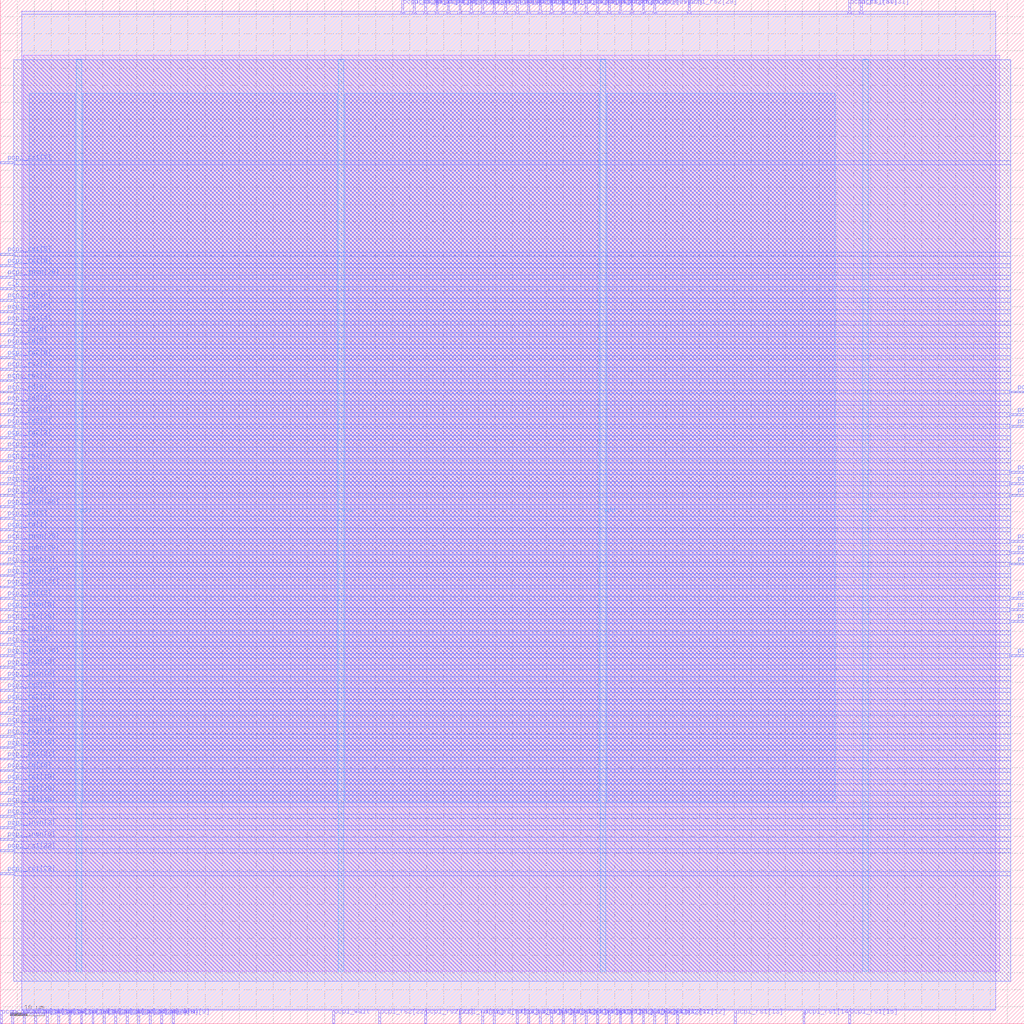
<source format=lef>
VERSION 5.7 ;
  NOWIREEXTENSIONATPIN ON ;
  DIVIDERCHAR "/" ;
  BUSBITCHARS "[]" ;
MACRO pcpi_exact_mul
  CLASS BLOCK ;
  FOREIGN pcpi_exact_mul ;
  ORIGIN 0.000 0.000 ;
  SIZE 300.000 BY 300.000 ;
  PIN clk
    DIRECTION INPUT ;
    USE SIGNAL ;
    ANTENNAGATEAREA 4.738000 ;
    ANTENNADIFFAREA 0.410400 ;
    PORT
      LAYER Metal3 ;
        RECT 0.000 215.040 4.000 215.600 ;
    END
  END clk
  PIN pcpi_insn[0]
    DIRECTION INPUT ;
    USE SIGNAL ;
    ANTENNAGATEAREA 0.741000 ;
    ANTENNADIFFAREA 0.410400 ;
    PORT
      LAYER Metal3 ;
        RECT 0.000 53.760 4.000 54.320 ;
    END
  END pcpi_insn[0]
  PIN pcpi_insn[10]
    DIRECTION INPUT ;
    USE SIGNAL ;
    PORT
      LAYER Metal2 ;
        RECT 0.000 0.000 0.560 4.000 ;
    END
  END pcpi_insn[10]
  PIN pcpi_insn[11]
    DIRECTION INPUT ;
    USE SIGNAL ;
    PORT
      LAYER Metal2 ;
        RECT 3.360 0.000 3.920 4.000 ;
    END
  END pcpi_insn[11]
  PIN pcpi_insn[12]
    DIRECTION INPUT ;
    USE SIGNAL ;
    ANTENNAGATEAREA 0.498500 ;
    ANTENNADIFFAREA 0.410400 ;
    PORT
      LAYER Metal2 ;
        RECT 124.320 296.000 124.880 300.000 ;
    END
  END pcpi_insn[12]
  PIN pcpi_insn[13]
    DIRECTION INPUT ;
    USE SIGNAL ;
    ANTENNAGATEAREA 0.726000 ;
    ANTENNADIFFAREA 0.410400 ;
    PORT
      LAYER Metal2 ;
        RECT 131.040 296.000 131.600 300.000 ;
    END
  END pcpi_insn[13]
  PIN pcpi_insn[14]
    DIRECTION INPUT ;
    USE SIGNAL ;
    ANTENNAGATEAREA 0.726000 ;
    ANTENNADIFFAREA 0.410400 ;
    PORT
      LAYER Metal2 ;
        RECT 141.120 296.000 141.680 300.000 ;
    END
  END pcpi_insn[14]
  PIN pcpi_insn[15]
    DIRECTION INPUT ;
    USE SIGNAL ;
    PORT
      LAYER Metal2 ;
        RECT 6.720 0.000 7.280 4.000 ;
    END
  END pcpi_insn[15]
  PIN pcpi_insn[16]
    DIRECTION INPUT ;
    USE SIGNAL ;
    PORT
      LAYER Metal2 ;
        RECT 10.080 0.000 10.640 4.000 ;
    END
  END pcpi_insn[16]
  PIN pcpi_insn[17]
    DIRECTION INPUT ;
    USE SIGNAL ;
    PORT
      LAYER Metal2 ;
        RECT 13.440 0.000 14.000 4.000 ;
    END
  END pcpi_insn[17]
  PIN pcpi_insn[18]
    DIRECTION INPUT ;
    USE SIGNAL ;
    PORT
      LAYER Metal2 ;
        RECT 16.800 0.000 17.360 4.000 ;
    END
  END pcpi_insn[18]
  PIN pcpi_insn[19]
    DIRECTION INPUT ;
    USE SIGNAL ;
    PORT
      LAYER Metal2 ;
        RECT 20.160 0.000 20.720 4.000 ;
    END
  END pcpi_insn[19]
  PIN pcpi_insn[1]
    DIRECTION INPUT ;
    USE SIGNAL ;
    ANTENNAGATEAREA 0.741000 ;
    ANTENNADIFFAREA 0.410400 ;
    PORT
      LAYER Metal3 ;
        RECT 0.000 134.400 4.000 134.960 ;
    END
  END pcpi_insn[1]
  PIN pcpi_insn[20]
    DIRECTION INPUT ;
    USE SIGNAL ;
    PORT
      LAYER Metal2 ;
        RECT 23.520 0.000 24.080 4.000 ;
    END
  END pcpi_insn[20]
  PIN pcpi_insn[21]
    DIRECTION INPUT ;
    USE SIGNAL ;
    PORT
      LAYER Metal2 ;
        RECT 26.880 0.000 27.440 4.000 ;
    END
  END pcpi_insn[21]
  PIN pcpi_insn[22]
    DIRECTION INPUT ;
    USE SIGNAL ;
    PORT
      LAYER Metal2 ;
        RECT 30.240 0.000 30.800 4.000 ;
    END
  END pcpi_insn[22]
  PIN pcpi_insn[23]
    DIRECTION INPUT ;
    USE SIGNAL ;
    PORT
      LAYER Metal2 ;
        RECT 33.600 0.000 34.160 4.000 ;
    END
  END pcpi_insn[23]
  PIN pcpi_insn[24]
    DIRECTION INPUT ;
    USE SIGNAL ;
    PORT
      LAYER Metal2 ;
        RECT 36.960 0.000 37.520 4.000 ;
    END
  END pcpi_insn[24]
  PIN pcpi_insn[25]
    DIRECTION INPUT ;
    USE SIGNAL ;
    ANTENNAGATEAREA 0.741000 ;
    ANTENNADIFFAREA 0.410400 ;
    PORT
      LAYER Metal3 ;
        RECT 0.000 141.120 4.000 141.680 ;
    END
  END pcpi_insn[25]
  PIN pcpi_insn[26]
    DIRECTION INPUT ;
    USE SIGNAL ;
    ANTENNAGATEAREA 0.741000 ;
    ANTENNADIFFAREA 0.410400 ;
    PORT
      LAYER Metal3 ;
        RECT 0.000 151.200 4.000 151.760 ;
    END
  END pcpi_insn[26]
  PIN pcpi_insn[27]
    DIRECTION INPUT ;
    USE SIGNAL ;
    ANTENNAGATEAREA 0.741000 ;
    ANTENNADIFFAREA 0.410400 ;
    PORT
      LAYER Metal3 ;
        RECT 0.000 131.040 4.000 131.600 ;
    END
  END pcpi_insn[27]
  PIN pcpi_insn[28]
    DIRECTION INPUT ;
    USE SIGNAL ;
    ANTENNAGATEAREA 0.498500 ;
    ANTENNADIFFAREA 0.410400 ;
    PORT
      LAYER Metal3 ;
        RECT 0.000 218.400 4.000 218.960 ;
    END
  END pcpi_insn[28]
  PIN pcpi_insn[29]
    DIRECTION INPUT ;
    USE SIGNAL ;
    ANTENNAGATEAREA 0.741000 ;
    ANTENNADIFFAREA 0.410400 ;
    PORT
      LAYER Metal3 ;
        RECT 0.000 137.760 4.000 138.320 ;
    END
  END pcpi_insn[29]
  PIN pcpi_insn[2]
    DIRECTION INPUT ;
    USE SIGNAL ;
    ANTENNAGATEAREA 0.741000 ;
    ANTENNADIFFAREA 0.410400 ;
    PORT
      LAYER Metal3 ;
        RECT 0.000 57.120 4.000 57.680 ;
    END
  END pcpi_insn[2]
  PIN pcpi_insn[30]
    DIRECTION INPUT ;
    USE SIGNAL ;
    ANTENNAGATEAREA 0.741000 ;
    ANTENNADIFFAREA 0.410400 ;
    PORT
      LAYER Metal3 ;
        RECT 0.000 107.520 4.000 108.080 ;
    END
  END pcpi_insn[30]
  PIN pcpi_insn[31]
    DIRECTION INPUT ;
    USE SIGNAL ;
    ANTENNAGATEAREA 0.741000 ;
    ANTENNADIFFAREA 0.410400 ;
    PORT
      LAYER Metal3 ;
        RECT 0.000 127.680 4.000 128.240 ;
    END
  END pcpi_insn[31]
  PIN pcpi_insn[3]
    DIRECTION INPUT ;
    USE SIGNAL ;
    ANTENNAGATEAREA 0.741000 ;
    ANTENNADIFFAREA 0.410400 ;
    PORT
      LAYER Metal3 ;
        RECT 0.000 60.480 4.000 61.040 ;
    END
  END pcpi_insn[3]
  PIN pcpi_insn[4]
    DIRECTION INPUT ;
    USE SIGNAL ;
    ANTENNAGATEAREA 0.741000 ;
    ANTENNADIFFAREA 0.410400 ;
    PORT
      LAYER Metal3 ;
        RECT 0.000 87.360 4.000 87.920 ;
    END
  END pcpi_insn[4]
  PIN pcpi_insn[5]
    DIRECTION INPUT ;
    USE SIGNAL ;
    ANTENNAGATEAREA 0.741000 ;
    ANTENNADIFFAREA 0.410400 ;
    PORT
      LAYER Metal3 ;
        RECT 0.000 120.960 4.000 121.520 ;
    END
  END pcpi_insn[5]
  PIN pcpi_insn[6]
    DIRECTION INPUT ;
    USE SIGNAL ;
    ANTENNAGATEAREA 0.741000 ;
    ANTENNADIFFAREA 0.410400 ;
    PORT
      LAYER Metal3 ;
        RECT 0.000 100.800 4.000 101.360 ;
    END
  END pcpi_insn[6]
  PIN pcpi_insn[7]
    DIRECTION INPUT ;
    USE SIGNAL ;
    PORT
      LAYER Metal2 ;
        RECT 40.320 0.000 40.880 4.000 ;
    END
  END pcpi_insn[7]
  PIN pcpi_insn[8]
    DIRECTION INPUT ;
    USE SIGNAL ;
    PORT
      LAYER Metal2 ;
        RECT 43.680 0.000 44.240 4.000 ;
    END
  END pcpi_insn[8]
  PIN pcpi_insn[9]
    DIRECTION INPUT ;
    USE SIGNAL ;
    PORT
      LAYER Metal2 ;
        RECT 47.040 0.000 47.600 4.000 ;
    END
  END pcpi_insn[9]
  PIN pcpi_rd[0]
    DIRECTION OUTPUT TRISTATE ;
    USE SIGNAL ;
    ANTENNADIFFAREA 4.731200 ;
    PORT
      LAYER Metal3 ;
        RECT 0.000 201.600 4.000 202.160 ;
    END
  END pcpi_rd[0]
  PIN pcpi_rd[10]
    DIRECTION OUTPUT TRISTATE ;
    USE SIGNAL ;
    ANTENNADIFFAREA 4.731200 ;
    PORT
      LAYER Metal3 ;
        RECT 0.000 211.680 4.000 212.240 ;
    END
  END pcpi_rd[10]
  PIN pcpi_rd[11]
    DIRECTION OUTPUT TRISTATE ;
    USE SIGNAL ;
    ANTENNADIFFAREA 4.731200 ;
    PORT
      LAYER Metal2 ;
        RECT 171.360 296.000 171.920 300.000 ;
    END
  END pcpi_rd[11]
  PIN pcpi_rd[12]
    DIRECTION OUTPUT TRISTATE ;
    USE SIGNAL ;
    ANTENNADIFFAREA 4.731200 ;
    PORT
      LAYER Metal3 ;
        RECT 0.000 124.320 4.000 124.880 ;
    END
  END pcpi_rd[12]
  PIN pcpi_rd[13]
    DIRECTION OUTPUT TRISTATE ;
    USE SIGNAL ;
    ANTENNADIFFAREA 4.731200 ;
    PORT
      LAYER Metal2 ;
        RECT 161.280 296.000 161.840 300.000 ;
    END
  END pcpi_rd[13]
  PIN pcpi_rd[14]
    DIRECTION OUTPUT TRISTATE ;
    USE SIGNAL ;
    ANTENNADIFFAREA 4.731200 ;
    PORT
      LAYER Metal2 ;
        RECT 144.480 0.000 145.040 4.000 ;
    END
  END pcpi_rd[14]
  PIN pcpi_rd[15]
    DIRECTION OUTPUT TRISTATE ;
    USE SIGNAL ;
    ANTENNADIFFAREA 4.731200 ;
    PORT
      LAYER Metal2 ;
        RECT 134.400 0.000 134.960 4.000 ;
    END
  END pcpi_rd[15]
  PIN pcpi_rd[16]
    DIRECTION OUTPUT TRISTATE ;
    USE SIGNAL ;
    ANTENNADIFFAREA 4.731200 ;
    PORT
      LAYER Metal3 ;
        RECT 0.000 73.920 4.000 74.480 ;
    END
  END pcpi_rd[16]
  PIN pcpi_rd[17]
    DIRECTION OUTPUT TRISTATE ;
    USE SIGNAL ;
    ANTENNADIFFAREA 4.731200 ;
    PORT
      LAYER Metal2 ;
        RECT 141.120 0.000 141.680 4.000 ;
    END
  END pcpi_rd[17]
  PIN pcpi_rd[18]
    DIRECTION OUTPUT TRISTATE ;
    USE SIGNAL ;
    ANTENNADIFFAREA 4.731200 ;
    PORT
      LAYER Metal3 ;
        RECT 296.000 124.320 300.000 124.880 ;
    END
  END pcpi_rd[18]
  PIN pcpi_rd[19]
    DIRECTION OUTPUT TRISTATE ;
    USE SIGNAL ;
    ANTENNADIFFAREA 4.731200 ;
    PORT
      LAYER Metal2 ;
        RECT 151.200 0.000 151.760 4.000 ;
    END
  END pcpi_rd[19]
  PIN pcpi_rd[1]
    DIRECTION OUTPUT TRISTATE ;
    USE SIGNAL ;
    ANTENNADIFFAREA 4.731200 ;
    PORT
      LAYER Metal3 ;
        RECT 0.000 144.480 4.000 145.040 ;
    END
  END pcpi_rd[1]
  PIN pcpi_rd[20]
    DIRECTION OUTPUT TRISTATE ;
    USE SIGNAL ;
    ANTENNADIFFAREA 4.731200 ;
    PORT
      LAYER Metal3 ;
        RECT 296.000 120.960 300.000 121.520 ;
    END
  END pcpi_rd[20]
  PIN pcpi_rd[21]
    DIRECTION OUTPUT TRISTATE ;
    USE SIGNAL ;
    ANTENNADIFFAREA 4.731200 ;
    PORT
      LAYER Metal2 ;
        RECT 161.280 0.000 161.840 4.000 ;
    END
  END pcpi_rd[21]
  PIN pcpi_rd[22]
    DIRECTION OUTPUT TRISTATE ;
    USE SIGNAL ;
    ANTENNADIFFAREA 4.731200 ;
    PORT
      LAYER Metal2 ;
        RECT 178.080 0.000 178.640 4.000 ;
    END
  END pcpi_rd[22]
  PIN pcpi_rd[23]
    DIRECTION OUTPUT TRISTATE ;
    USE SIGNAL ;
    ANTENNADIFFAREA 4.731200 ;
    PORT
      LAYER Metal2 ;
        RECT 184.800 0.000 185.360 4.000 ;
    END
  END pcpi_rd[23]
  PIN pcpi_rd[24]
    DIRECTION OUTPUT TRISTATE ;
    USE SIGNAL ;
    ANTENNADIFFAREA 4.731200 ;
    PORT
      LAYER Metal2 ;
        RECT 164.640 296.000 165.200 300.000 ;
    END
  END pcpi_rd[24]
  PIN pcpi_rd[25]
    DIRECTION OUTPUT TRISTATE ;
    USE SIGNAL ;
    ANTENNADIFFAREA 4.731200 ;
    PORT
      LAYER Metal3 ;
        RECT 296.000 178.080 300.000 178.640 ;
    END
  END pcpi_rd[25]
  PIN pcpi_rd[26]
    DIRECTION OUTPUT TRISTATE ;
    USE SIGNAL ;
    ANTENNADIFFAREA 4.731200 ;
    PORT
      LAYER Metal2 ;
        RECT 178.080 296.000 178.640 300.000 ;
    END
  END pcpi_rd[26]
  PIN pcpi_rd[27]
    DIRECTION OUTPUT TRISTATE ;
    USE SIGNAL ;
    ANTENNADIFFAREA 4.731200 ;
    PORT
      LAYER Metal2 ;
        RECT 120.960 296.000 121.520 300.000 ;
    END
  END pcpi_rd[27]
  PIN pcpi_rd[28]
    DIRECTION OUTPUT TRISTATE ;
    USE SIGNAL ;
    ANTENNADIFFAREA 4.731200 ;
    PORT
      LAYER Metal3 ;
        RECT 296.000 161.280 300.000 161.840 ;
    END
  END pcpi_rd[28]
  PIN pcpi_rd[29]
    DIRECTION OUTPUT TRISTATE ;
    USE SIGNAL ;
    ANTENNADIFFAREA 4.731200 ;
    PORT
      LAYER Metal3 ;
        RECT 296.000 134.400 300.000 134.960 ;
    END
  END pcpi_rd[29]
  PIN pcpi_rd[2]
    DIRECTION OUTPUT TRISTATE ;
    USE SIGNAL ;
    ANTENNADIFFAREA 4.731200 ;
    PORT
      LAYER Metal3 ;
        RECT 0.000 154.560 4.000 155.120 ;
    END
  END pcpi_rd[2]
  PIN pcpi_rd[30]
    DIRECTION OUTPUT TRISTATE ;
    USE SIGNAL ;
    ANTENNADIFFAREA 4.731200 ;
    PORT
      LAYER Metal3 ;
        RECT 296.000 141.120 300.000 141.680 ;
    END
  END pcpi_rd[30]
  PIN pcpi_rd[31]
    DIRECTION OUTPUT TRISTATE ;
    USE SIGNAL ;
    ANTENNADIFFAREA 4.731200 ;
    PORT
      LAYER Metal3 ;
        RECT 296.000 137.760 300.000 138.320 ;
    END
  END pcpi_rd[31]
  PIN pcpi_rd[3]
    DIRECTION OUTPUT TRISTATE ;
    USE SIGNAL ;
    ANTENNADIFFAREA 4.731200 ;
    PORT
      LAYER Metal3 ;
        RECT 0.000 147.840 4.000 148.400 ;
    END
  END pcpi_rd[3]
  PIN pcpi_rd[4]
    DIRECTION OUTPUT TRISTATE ;
    USE SIGNAL ;
    ANTENNADIFFAREA 4.731200 ;
    PORT
      LAYER Metal2 ;
        RECT 127.680 296.000 128.240 300.000 ;
    END
  END pcpi_rd[4]
  PIN pcpi_rd[5]
    DIRECTION OUTPUT TRISTATE ;
    USE SIGNAL ;
    ANTENNADIFFAREA 4.731200 ;
    PORT
      LAYER Metal3 ;
        RECT 0.000 198.240 4.000 198.800 ;
    END
  END pcpi_rd[5]
  PIN pcpi_rd[6]
    DIRECTION OUTPUT TRISTATE ;
    USE SIGNAL ;
    ANTENNADIFFAREA 4.731200 ;
    PORT
      LAYER Metal2 ;
        RECT 157.920 296.000 158.480 300.000 ;
    END
  END pcpi_rd[6]
  PIN pcpi_rd[7]
    DIRECTION OUTPUT TRISTATE ;
    USE SIGNAL ;
    ANTENNADIFFAREA 4.731200 ;
    PORT
      LAYER Metal2 ;
        RECT 137.760 296.000 138.320 300.000 ;
    END
  END pcpi_rd[7]
  PIN pcpi_rd[8]
    DIRECTION OUTPUT TRISTATE ;
    USE SIGNAL ;
    ANTENNADIFFAREA 4.731200 ;
    PORT
      LAYER Metal3 ;
        RECT 0.000 184.800 4.000 185.360 ;
    END
  END pcpi_rd[8]
  PIN pcpi_rd[9]
    DIRECTION OUTPUT TRISTATE ;
    USE SIGNAL ;
    ANTENNADIFFAREA 4.731200 ;
    PORT
      LAYER Metal3 ;
        RECT 0.000 168.000 4.000 168.560 ;
    END
  END pcpi_rd[9]
  PIN pcpi_ready
    DIRECTION OUTPUT TRISTATE ;
    USE SIGNAL ;
    ANTENNADIFFAREA 4.731200 ;
    PORT
      LAYER Metal3 ;
        RECT 296.000 154.560 300.000 155.120 ;
    END
  END pcpi_ready
  PIN pcpi_rs1[0]
    DIRECTION INPUT ;
    USE SIGNAL ;
    ANTENNAGATEAREA 0.741000 ;
    ANTENNADIFFAREA 0.410400 ;
    PORT
      LAYER Metal3 ;
        RECT 0.000 164.640 4.000 165.200 ;
    END
  END pcpi_rs1[0]
  PIN pcpi_rs1[10]
    DIRECTION INPUT ;
    USE SIGNAL ;
    ANTENNAGATEAREA 0.741000 ;
    ANTENNADIFFAREA 0.410400 ;
    PORT
      LAYER Metal2 ;
        RECT 171.360 0.000 171.920 4.000 ;
    END
  END pcpi_rs1[10]
  PIN pcpi_rs1[11]
    DIRECTION INPUT ;
    USE SIGNAL ;
    ANTENNAGATEAREA 0.726000 ;
    ANTENNADIFFAREA 0.410400 ;
    PORT
      LAYER Metal2 ;
        RECT 174.720 0.000 175.280 4.000 ;
    END
  END pcpi_rs1[11]
  PIN pcpi_rs1[12]
    DIRECTION INPUT ;
    USE SIGNAL ;
    ANTENNAGATEAREA 0.741000 ;
    ANTENNADIFFAREA 0.410400 ;
    PORT
      LAYER Metal2 ;
        RECT 198.240 0.000 198.800 4.000 ;
    END
  END pcpi_rs1[12]
  PIN pcpi_rs1[13]
    DIRECTION INPUT ;
    USE SIGNAL ;
    ANTENNAGATEAREA 0.741000 ;
    ANTENNADIFFAREA 0.410400 ;
    PORT
      LAYER Metal2 ;
        RECT 215.040 0.000 215.600 4.000 ;
    END
  END pcpi_rs1[13]
  PIN pcpi_rs1[14]
    DIRECTION INPUT ;
    USE SIGNAL ;
    ANTENNAGATEAREA 0.741000 ;
    ANTENNADIFFAREA 0.410400 ;
    PORT
      LAYER Metal2 ;
        RECT 235.200 0.000 235.760 4.000 ;
    END
  END pcpi_rs1[14]
  PIN pcpi_rs1[15]
    DIRECTION INPUT ;
    USE SIGNAL ;
    ANTENNAGATEAREA 0.741000 ;
    ANTENNADIFFAREA 0.410400 ;
    PORT
      LAYER Metal2 ;
        RECT 248.640 0.000 249.200 4.000 ;
    END
  END pcpi_rs1[15]
  PIN pcpi_rs1[16]
    DIRECTION INPUT ;
    USE SIGNAL ;
    ANTENNAGATEAREA 0.741000 ;
    ANTENNADIFFAREA 0.410400 ;
    PORT
      LAYER Metal3 ;
        RECT 0.000 84.000 4.000 84.560 ;
    END
  END pcpi_rs1[16]
  PIN pcpi_rs1[17]
    DIRECTION INPUT ;
    USE SIGNAL ;
    ANTENNAGATEAREA 0.498500 ;
    ANTENNADIFFAREA 0.410400 ;
    PORT
      LAYER Metal3 ;
        RECT 0.000 90.720 4.000 91.280 ;
    END
  END pcpi_rs1[17]
  PIN pcpi_rs1[18]
    DIRECTION INPUT ;
    USE SIGNAL ;
    ANTENNAGATEAREA 0.741000 ;
    ANTENNADIFFAREA 0.410400 ;
    PORT
      LAYER Metal3 ;
        RECT 0.000 63.840 4.000 64.400 ;
    END
  END pcpi_rs1[18]
  PIN pcpi_rs1[19]
    DIRECTION INPUT ;
    USE SIGNAL ;
    ANTENNAGATEAREA 0.726000 ;
    ANTENNADIFFAREA 0.410400 ;
    PORT
      LAYER Metal3 ;
        RECT 0.000 70.560 4.000 71.120 ;
    END
  END pcpi_rs1[19]
  PIN pcpi_rs1[1]
    DIRECTION INPUT ;
    USE SIGNAL ;
    ANTENNAGATEAREA 0.741000 ;
    ANTENNADIFFAREA 0.410400 ;
    PORT
      LAYER Metal3 ;
        RECT 0.000 188.160 4.000 188.720 ;
    END
  END pcpi_rs1[1]
  PIN pcpi_rs1[20]
    DIRECTION INPUT ;
    USE SIGNAL ;
    ANTENNAGATEAREA 0.741000 ;
    ANTENNADIFFAREA 0.410400 ;
    PORT
      LAYER Metal3 ;
        RECT 0.000 67.200 4.000 67.760 ;
    END
  END pcpi_rs1[20]
  PIN pcpi_rs1[21]
    DIRECTION INPUT ;
    USE SIGNAL ;
    ANTENNAGATEAREA 0.741000 ;
    ANTENNADIFFAREA 0.410400 ;
    PORT
      LAYER Metal3 ;
        RECT 0.000 77.280 4.000 77.840 ;
    END
  END pcpi_rs1[21]
  PIN pcpi_rs1[22]
    DIRECTION INPUT ;
    USE SIGNAL ;
    ANTENNAGATEAREA 0.741000 ;
    ANTENNADIFFAREA 0.410400 ;
    PORT
      LAYER Metal3 ;
        RECT 0.000 50.400 4.000 50.960 ;
    END
  END pcpi_rs1[22]
  PIN pcpi_rs1[23]
    DIRECTION INPUT ;
    USE SIGNAL ;
    ANTENNAGATEAREA 0.741000 ;
    ANTENNADIFFAREA 0.410400 ;
    PORT
      LAYER Metal3 ;
        RECT 0.000 43.680 4.000 44.240 ;
    END
  END pcpi_rs1[23]
  PIN pcpi_rs1[24]
    DIRECTION INPUT ;
    USE SIGNAL ;
    ANTENNAGATEAREA 0.741000 ;
    ANTENNADIFFAREA 0.410400 ;
    PORT
      LAYER Metal2 ;
        RECT 144.480 296.000 145.040 300.000 ;
    END
  END pcpi_rs1[24]
  PIN pcpi_rs1[25]
    DIRECTION INPUT ;
    USE SIGNAL ;
    ANTENNAGATEAREA 0.498500 ;
    ANTENNADIFFAREA 0.410400 ;
    PORT
      LAYER Metal2 ;
        RECT 147.840 296.000 148.400 300.000 ;
    END
  END pcpi_rs1[25]
  PIN pcpi_rs1[26]
    DIRECTION INPUT ;
    USE SIGNAL ;
    ANTENNAGATEAREA 0.741000 ;
    ANTENNADIFFAREA 0.410400 ;
    PORT
      LAYER Metal2 ;
        RECT 151.200 296.000 151.760 300.000 ;
    END
  END pcpi_rs1[26]
  PIN pcpi_rs1[27]
    DIRECTION INPUT ;
    USE SIGNAL ;
    ANTENNAGATEAREA 0.726000 ;
    ANTENNADIFFAREA 0.410400 ;
    PORT
      LAYER Metal2 ;
        RECT 191.520 296.000 192.080 300.000 ;
    END
  END pcpi_rs1[27]
  PIN pcpi_rs1[28]
    DIRECTION INPUT ;
    USE SIGNAL ;
    ANTENNAGATEAREA 0.741000 ;
    ANTENNADIFFAREA 0.410400 ;
    PORT
      LAYER Metal2 ;
        RECT 184.800 296.000 185.360 300.000 ;
    END
  END pcpi_rs1[28]
  PIN pcpi_rs1[29]
    DIRECTION INPUT ;
    USE SIGNAL ;
    ANTENNAGATEAREA 0.741000 ;
    ANTENNADIFFAREA 0.410400 ;
    PORT
      LAYER Metal2 ;
        RECT 188.160 296.000 188.720 300.000 ;
    END
  END pcpi_rs1[29]
  PIN pcpi_rs1[2]
    DIRECTION INPUT ;
    USE SIGNAL ;
    ANTENNAGATEAREA 0.726000 ;
    ANTENNADIFFAREA 0.410400 ;
    PORT
      LAYER Metal3 ;
        RECT 0.000 161.280 4.000 161.840 ;
    END
  END pcpi_rs1[2]
  PIN pcpi_rs1[30]
    DIRECTION INPUT ;
    USE SIGNAL ;
    ANTENNAGATEAREA 0.741000 ;
    ANTENNADIFFAREA 0.410400 ;
    PORT
      LAYER Metal2 ;
        RECT 248.640 296.000 249.200 300.000 ;
    END
  END pcpi_rs1[30]
  PIN pcpi_rs1[31]
    DIRECTION INPUT ;
    USE SIGNAL ;
    ANTENNAGATEAREA 0.498500 ;
    ANTENNADIFFAREA 0.410400 ;
    PORT
      LAYER Metal2 ;
        RECT 252.000 296.000 252.560 300.000 ;
    END
  END pcpi_rs1[31]
  PIN pcpi_rs1[3]
    DIRECTION INPUT ;
    USE SIGNAL ;
    ANTENNAGATEAREA 0.726000 ;
    ANTENNADIFFAREA 0.410400 ;
    PORT
      LAYER Metal3 ;
        RECT 0.000 178.080 4.000 178.640 ;
    END
  END pcpi_rs1[3]
  PIN pcpi_rs1[4]
    DIRECTION INPUT ;
    USE SIGNAL ;
    ANTENNAGATEAREA 0.498500 ;
    ANTENNADIFFAREA 0.410400 ;
    PORT
      LAYER Metal3 ;
        RECT 0.000 204.960 4.000 205.520 ;
    END
  END pcpi_rs1[4]
  PIN pcpi_rs1[5]
    DIRECTION INPUT ;
    USE SIGNAL ;
    ANTENNAGATEAREA 0.741000 ;
    ANTENNADIFFAREA 0.410400 ;
    PORT
      LAYER Metal3 ;
        RECT 0.000 225.120 4.000 225.680 ;
    END
  END pcpi_rs1[5]
  PIN pcpi_rs1[6]
    DIRECTION INPUT ;
    USE SIGNAL ;
    ANTENNAGATEAREA 0.741000 ;
    ANTENNADIFFAREA 0.410400 ;
    PORT
      LAYER Metal3 ;
        RECT 0.000 221.760 4.000 222.320 ;
    END
  END pcpi_rs1[6]
  PIN pcpi_rs1[7]
    DIRECTION INPUT ;
    USE SIGNAL ;
    ANTENNAGATEAREA 0.498500 ;
    ANTENNADIFFAREA 0.410400 ;
    PORT
      LAYER Metal3 ;
        RECT 0.000 252.000 4.000 252.560 ;
    END
  END pcpi_rs1[7]
  PIN pcpi_rs1[8]
    DIRECTION INPUT ;
    USE SIGNAL ;
    ANTENNAGATEAREA 0.498500 ;
    ANTENNADIFFAREA 0.410400 ;
    PORT
      LAYER Metal2 ;
        RECT 168.000 0.000 168.560 4.000 ;
    END
  END pcpi_rs1[8]
  PIN pcpi_rs1[9]
    DIRECTION INPUT ;
    USE SIGNAL ;
    ANTENNAGATEAREA 0.741000 ;
    ANTENNADIFFAREA 0.410400 ;
    PORT
      LAYER Metal2 ;
        RECT 154.560 0.000 155.120 4.000 ;
    END
  END pcpi_rs1[9]
  PIN pcpi_rs2[0]
    DIRECTION INPUT ;
    USE SIGNAL ;
    ANTENNAGATEAREA 0.726000 ;
    ANTENNADIFFAREA 0.410400 ;
    PORT
      LAYER Metal3 ;
        RECT 0.000 174.720 4.000 175.280 ;
    END
  END pcpi_rs2[0]
  PIN pcpi_rs2[10]
    DIRECTION INPUT ;
    USE SIGNAL ;
    ANTENNAGATEAREA 0.498500 ;
    ANTENNADIFFAREA 0.410400 ;
    PORT
      LAYER Metal2 ;
        RECT 181.440 0.000 182.000 4.000 ;
    END
  END pcpi_rs2[10]
  PIN pcpi_rs2[11]
    DIRECTION INPUT ;
    USE SIGNAL ;
    ANTENNAGATEAREA 0.498500 ;
    ANTENNADIFFAREA 0.410400 ;
    PORT
      LAYER Metal2 ;
        RECT 188.160 0.000 188.720 4.000 ;
    END
  END pcpi_rs2[11]
  PIN pcpi_rs2[12]
    DIRECTION INPUT ;
    USE SIGNAL ;
    ANTENNAGATEAREA 0.498500 ;
    ANTENNADIFFAREA 0.410400 ;
    PORT
      LAYER Metal2 ;
        RECT 194.880 0.000 195.440 4.000 ;
    END
  END pcpi_rs2[12]
  PIN pcpi_rs2[13]
    DIRECTION INPUT ;
    USE SIGNAL ;
    ANTENNAGATEAREA 0.741000 ;
    ANTENNADIFFAREA 0.410400 ;
    PORT
      LAYER Metal2 ;
        RECT 191.520 0.000 192.080 4.000 ;
    END
  END pcpi_rs2[13]
  PIN pcpi_rs2[14]
    DIRECTION INPUT ;
    USE SIGNAL ;
    ANTENNAGATEAREA 0.741000 ;
    ANTENNADIFFAREA 0.410400 ;
    PORT
      LAYER Metal3 ;
        RECT 296.000 107.520 300.000 108.080 ;
    END
  END pcpi_rs2[14]
  PIN pcpi_rs2[15]
    DIRECTION INPUT ;
    USE SIGNAL ;
    ANTENNAGATEAREA 0.498500 ;
    ANTENNADIFFAREA 0.410400 ;
    PORT
      LAYER Metal3 ;
        RECT 296.000 117.600 300.000 118.160 ;
    END
  END pcpi_rs2[15]
  PIN pcpi_rs2[16]
    DIRECTION INPUT ;
    USE SIGNAL ;
    ANTENNAGATEAREA 0.741000 ;
    ANTENNADIFFAREA 0.410400 ;
    PORT
      LAYER Metal3 ;
        RECT 0.000 114.240 4.000 114.800 ;
    END
  END pcpi_rs2[16]
  PIN pcpi_rs2[17]
    DIRECTION INPUT ;
    USE SIGNAL ;
    ANTENNAGATEAREA 0.741000 ;
    ANTENNADIFFAREA 0.410400 ;
    PORT
      LAYER Metal3 ;
        RECT 0.000 97.440 4.000 98.000 ;
    END
  END pcpi_rs2[17]
  PIN pcpi_rs2[18]
    DIRECTION INPUT ;
    USE SIGNAL ;
    ANTENNAGATEAREA 0.498500 ;
    ANTENNADIFFAREA 0.410400 ;
    PORT
      LAYER Metal3 ;
        RECT 0.000 104.160 4.000 104.720 ;
    END
  END pcpi_rs2[18]
  PIN pcpi_rs2[19]
    DIRECTION INPUT ;
    USE SIGNAL ;
    ANTENNAGATEAREA 0.741000 ;
    ANTENNADIFFAREA 0.410400 ;
    PORT
      LAYER Metal3 ;
        RECT 0.000 80.640 4.000 81.200 ;
    END
  END pcpi_rs2[19]
  PIN pcpi_rs2[1]
    DIRECTION INPUT ;
    USE SIGNAL ;
    ANTENNAGATEAREA 0.741000 ;
    ANTENNADIFFAREA 0.410400 ;
    PORT
      LAYER Metal3 ;
        RECT 0.000 157.920 4.000 158.480 ;
    END
  END pcpi_rs2[1]
  PIN pcpi_rs2[20]
    DIRECTION INPUT ;
    USE SIGNAL ;
    ANTENNAGATEAREA 0.741000 ;
    ANTENNADIFFAREA 0.410400 ;
    PORT
      LAYER Metal3 ;
        RECT 0.000 117.600 4.000 118.160 ;
    END
  END pcpi_rs2[20]
  PIN pcpi_rs2[21]
    DIRECTION INPUT ;
    USE SIGNAL ;
    ANTENNAGATEAREA 0.498500 ;
    ANTENNADIFFAREA 0.410400 ;
    PORT
      LAYER Metal3 ;
        RECT 0.000 94.080 4.000 94.640 ;
    END
  END pcpi_rs2[21]
  PIN pcpi_rs2[22]
    DIRECTION INPUT ;
    USE SIGNAL ;
    ANTENNAGATEAREA 0.498500 ;
    ANTENNADIFFAREA 0.410400 ;
    PORT
      LAYER Metal2 ;
        RECT 110.880 0.000 111.440 4.000 ;
    END
  END pcpi_rs2[22]
  PIN pcpi_rs2[23]
    DIRECTION INPUT ;
    USE SIGNAL ;
    ANTENNAGATEAREA 0.741000 ;
    ANTENNADIFFAREA 0.410400 ;
    PORT
      LAYER Metal2 ;
        RECT 124.320 0.000 124.880 4.000 ;
    END
  END pcpi_rs2[23]
  PIN pcpi_rs2[24]
    DIRECTION INPUT ;
    USE SIGNAL ;
    ANTENNAGATEAREA 0.741000 ;
    ANTENNADIFFAREA 0.410400 ;
    PORT
      LAYER Metal2 ;
        RECT 134.400 296.000 134.960 300.000 ;
    END
  END pcpi_rs2[24]
  PIN pcpi_rs2[25]
    DIRECTION INPUT ;
    USE SIGNAL ;
    ANTENNAGATEAREA 0.741000 ;
    ANTENNADIFFAREA 0.410400 ;
    PORT
      LAYER Metal2 ;
        RECT 154.560 296.000 155.120 300.000 ;
    END
  END pcpi_rs2[25]
  PIN pcpi_rs2[26]
    DIRECTION INPUT ;
    USE SIGNAL ;
    ANTENNAGATEAREA 0.498500 ;
    ANTENNADIFFAREA 0.410400 ;
    PORT
      LAYER Metal2 ;
        RECT 168.000 296.000 168.560 300.000 ;
    END
  END pcpi_rs2[26]
  PIN pcpi_rs2[27]
    DIRECTION INPUT ;
    USE SIGNAL ;
    ANTENNAGATEAREA 0.498500 ;
    ANTENNADIFFAREA 0.410400 ;
    PORT
      LAYER Metal2 ;
        RECT 181.440 296.000 182.000 300.000 ;
    END
  END pcpi_rs2[27]
  PIN pcpi_rs2[28]
    DIRECTION INPUT ;
    USE SIGNAL ;
    ANTENNAGATEAREA 0.498500 ;
    ANTENNADIFFAREA 0.410400 ;
    PORT
      LAYER Metal2 ;
        RECT 174.720 296.000 175.280 300.000 ;
    END
  END pcpi_rs2[28]
  PIN pcpi_rs2[29]
    DIRECTION INPUT ;
    USE SIGNAL ;
    ANTENNAGATEAREA 0.741000 ;
    ANTENNADIFFAREA 0.410400 ;
    PORT
      LAYER Metal2 ;
        RECT 201.600 296.000 202.160 300.000 ;
    END
  END pcpi_rs2[29]
  PIN pcpi_rs2[2]
    DIRECTION INPUT ;
    USE SIGNAL ;
    ANTENNAGATEAREA 0.498500 ;
    ANTENNADIFFAREA 0.410400 ;
    PORT
      LAYER Metal3 ;
        RECT 0.000 181.440 4.000 182.000 ;
    END
  END pcpi_rs2[2]
  PIN pcpi_rs2[30]
    DIRECTION INPUT ;
    USE SIGNAL ;
    ANTENNAGATEAREA 0.498500 ;
    ANTENNADIFFAREA 0.410400 ;
    PORT
      LAYER Metal3 ;
        RECT 296.000 184.800 300.000 185.360 ;
    END
  END pcpi_rs2[30]
  PIN pcpi_rs2[31]
    DIRECTION INPUT ;
    USE SIGNAL ;
    ANTENNAGATEAREA 0.741000 ;
    ANTENNADIFFAREA 0.410400 ;
    PORT
      LAYER Metal3 ;
        RECT 296.000 174.720 300.000 175.280 ;
    END
  END pcpi_rs2[31]
  PIN pcpi_rs2[3]
    DIRECTION INPUT ;
    USE SIGNAL ;
    ANTENNAGATEAREA 0.741000 ;
    ANTENNADIFFAREA 0.410400 ;
    PORT
      LAYER Metal3 ;
        RECT 0.000 171.360 4.000 171.920 ;
    END
  END pcpi_rs2[3]
  PIN pcpi_rs2[4]
    DIRECTION INPUT ;
    USE SIGNAL ;
    ANTENNAGATEAREA 0.498500 ;
    ANTENNADIFFAREA 0.410400 ;
    PORT
      LAYER Metal3 ;
        RECT 0.000 191.520 4.000 192.080 ;
    END
  END pcpi_rs2[4]
  PIN pcpi_rs2[5]
    DIRECTION INPUT ;
    USE SIGNAL ;
    ANTENNAGATEAREA 0.498500 ;
    ANTENNADIFFAREA 0.410400 ;
    PORT
      LAYER Metal3 ;
        RECT 0.000 208.320 4.000 208.880 ;
    END
  END pcpi_rs2[5]
  PIN pcpi_rs2[6]
    DIRECTION INPUT ;
    USE SIGNAL ;
    ANTENNAGATEAREA 0.741000 ;
    ANTENNADIFFAREA 0.410400 ;
    PORT
      LAYER Metal3 ;
        RECT 0.000 194.880 4.000 195.440 ;
    END
  END pcpi_rs2[6]
  PIN pcpi_rs2[7]
    DIRECTION INPUT ;
    USE SIGNAL ;
    ANTENNAGATEAREA 0.741000 ;
    ANTENNADIFFAREA 0.410400 ;
    PORT
      LAYER Metal2 ;
        RECT 117.600 296.000 118.160 300.000 ;
    END
  END pcpi_rs2[7]
  PIN pcpi_rs2[8]
    DIRECTION INPUT ;
    USE SIGNAL ;
    ANTENNAGATEAREA 0.741000 ;
    ANTENNADIFFAREA 0.410400 ;
    PORT
      LAYER Metal2 ;
        RECT 164.640 0.000 165.200 4.000 ;
    END
  END pcpi_rs2[8]
  PIN pcpi_rs2[9]
    DIRECTION INPUT ;
    USE SIGNAL ;
    ANTENNAGATEAREA 0.741000 ;
    ANTENNADIFFAREA 0.410400 ;
    PORT
      LAYER Metal2 ;
        RECT 157.920 0.000 158.480 4.000 ;
    END
  END pcpi_rs2[9]
  PIN pcpi_valid
    DIRECTION INPUT ;
    USE SIGNAL ;
    ANTENNAGATEAREA 0.741000 ;
    ANTENNADIFFAREA 0.410400 ;
    PORT
      LAYER Metal3 ;
        RECT 0.000 110.880 4.000 111.440 ;
    END
  END pcpi_valid
  PIN pcpi_wait
    DIRECTION OUTPUT TRISTATE ;
    USE SIGNAL ;
    ANTENNADIFFAREA 0.360800 ;
    PORT
      LAYER Metal2 ;
        RECT 97.440 0.000 98.000 4.000 ;
    END
  END pcpi_wait
  PIN pcpi_wr
    DIRECTION OUTPUT TRISTATE ;
    USE SIGNAL ;
    ANTENNADIFFAREA 4.731200 ;
    PORT
      LAYER Metal3 ;
        RECT 296.000 157.920 300.000 158.480 ;
    END
  END pcpi_wr
  PIN resetn
    DIRECTION INPUT ;
    USE SIGNAL ;
    PORT
      LAYER Metal2 ;
        RECT 50.400 0.000 50.960 4.000 ;
    END
  END resetn
  PIN vdd
    DIRECTION INOUT ;
    USE POWER ;
    PORT
      LAYER Metal4 ;
        RECT 22.240 15.380 23.840 282.540 ;
    END
    PORT
      LAYER Metal4 ;
        RECT 175.840 15.380 177.440 282.540 ;
    END
  END vdd
  PIN vss
    DIRECTION INOUT ;
    USE GROUND ;
    PORT
      LAYER Metal4 ;
        RECT 99.040 15.380 100.640 282.540 ;
    END
    PORT
      LAYER Metal4 ;
        RECT 252.640 15.380 254.240 282.540 ;
    END
  END vss
  OBS
      LAYER Metal1 ;
        RECT 6.720 15.380 292.880 283.770 ;
      LAYER Metal2 ;
        RECT 6.300 295.700 117.300 296.660 ;
        RECT 118.460 295.700 120.660 296.660 ;
        RECT 121.820 295.700 124.020 296.660 ;
        RECT 125.180 295.700 127.380 296.660 ;
        RECT 128.540 295.700 130.740 296.660 ;
        RECT 131.900 295.700 134.100 296.660 ;
        RECT 135.260 295.700 137.460 296.660 ;
        RECT 138.620 295.700 140.820 296.660 ;
        RECT 141.980 295.700 144.180 296.660 ;
        RECT 145.340 295.700 147.540 296.660 ;
        RECT 148.700 295.700 150.900 296.660 ;
        RECT 152.060 295.700 154.260 296.660 ;
        RECT 155.420 295.700 157.620 296.660 ;
        RECT 158.780 295.700 160.980 296.660 ;
        RECT 162.140 295.700 164.340 296.660 ;
        RECT 165.500 295.700 167.700 296.660 ;
        RECT 168.860 295.700 171.060 296.660 ;
        RECT 172.220 295.700 174.420 296.660 ;
        RECT 175.580 295.700 177.780 296.660 ;
        RECT 178.940 295.700 181.140 296.660 ;
        RECT 182.300 295.700 184.500 296.660 ;
        RECT 185.660 295.700 187.860 296.660 ;
        RECT 189.020 295.700 191.220 296.660 ;
        RECT 192.380 295.700 201.300 296.660 ;
        RECT 202.460 295.700 248.340 296.660 ;
        RECT 249.500 295.700 251.700 296.660 ;
        RECT 252.860 295.700 291.620 296.660 ;
        RECT 6.300 4.300 291.620 295.700 ;
        RECT 6.300 4.000 6.420 4.300 ;
        RECT 7.580 4.000 9.780 4.300 ;
        RECT 10.940 4.000 13.140 4.300 ;
        RECT 14.300 4.000 16.500 4.300 ;
        RECT 17.660 4.000 19.860 4.300 ;
        RECT 21.020 4.000 23.220 4.300 ;
        RECT 24.380 4.000 26.580 4.300 ;
        RECT 27.740 4.000 29.940 4.300 ;
        RECT 31.100 4.000 33.300 4.300 ;
        RECT 34.460 4.000 36.660 4.300 ;
        RECT 37.820 4.000 40.020 4.300 ;
        RECT 41.180 4.000 43.380 4.300 ;
        RECT 44.540 4.000 46.740 4.300 ;
        RECT 47.900 4.000 50.100 4.300 ;
        RECT 51.260 4.000 97.140 4.300 ;
        RECT 98.300 4.000 110.580 4.300 ;
        RECT 111.740 4.000 124.020 4.300 ;
        RECT 125.180 4.000 134.100 4.300 ;
        RECT 135.260 4.000 140.820 4.300 ;
        RECT 141.980 4.000 144.180 4.300 ;
        RECT 145.340 4.000 150.900 4.300 ;
        RECT 152.060 4.000 154.260 4.300 ;
        RECT 155.420 4.000 157.620 4.300 ;
        RECT 158.780 4.000 160.980 4.300 ;
        RECT 162.140 4.000 164.340 4.300 ;
        RECT 165.500 4.000 167.700 4.300 ;
        RECT 168.860 4.000 171.060 4.300 ;
        RECT 172.220 4.000 174.420 4.300 ;
        RECT 175.580 4.000 177.780 4.300 ;
        RECT 178.940 4.000 181.140 4.300 ;
        RECT 182.300 4.000 184.500 4.300 ;
        RECT 185.660 4.000 187.860 4.300 ;
        RECT 189.020 4.000 191.220 4.300 ;
        RECT 192.380 4.000 194.580 4.300 ;
        RECT 195.740 4.000 197.940 4.300 ;
        RECT 199.100 4.000 214.740 4.300 ;
        RECT 215.900 4.000 234.900 4.300 ;
        RECT 236.060 4.000 248.340 4.300 ;
        RECT 249.500 4.000 291.620 4.300 ;
      LAYER Metal3 ;
        RECT 4.000 252.860 296.000 282.380 ;
        RECT 4.300 251.700 296.000 252.860 ;
        RECT 4.000 225.980 296.000 251.700 ;
        RECT 4.300 224.820 296.000 225.980 ;
        RECT 4.000 222.620 296.000 224.820 ;
        RECT 4.300 221.460 296.000 222.620 ;
        RECT 4.000 219.260 296.000 221.460 ;
        RECT 4.300 218.100 296.000 219.260 ;
        RECT 4.000 215.900 296.000 218.100 ;
        RECT 4.300 214.740 296.000 215.900 ;
        RECT 4.000 212.540 296.000 214.740 ;
        RECT 4.300 211.380 296.000 212.540 ;
        RECT 4.000 209.180 296.000 211.380 ;
        RECT 4.300 208.020 296.000 209.180 ;
        RECT 4.000 205.820 296.000 208.020 ;
        RECT 4.300 204.660 296.000 205.820 ;
        RECT 4.000 202.460 296.000 204.660 ;
        RECT 4.300 201.300 296.000 202.460 ;
        RECT 4.000 199.100 296.000 201.300 ;
        RECT 4.300 197.940 296.000 199.100 ;
        RECT 4.000 195.740 296.000 197.940 ;
        RECT 4.300 194.580 296.000 195.740 ;
        RECT 4.000 192.380 296.000 194.580 ;
        RECT 4.300 191.220 296.000 192.380 ;
        RECT 4.000 189.020 296.000 191.220 ;
        RECT 4.300 187.860 296.000 189.020 ;
        RECT 4.000 185.660 296.000 187.860 ;
        RECT 4.300 184.500 295.700 185.660 ;
        RECT 4.000 182.300 296.000 184.500 ;
        RECT 4.300 181.140 296.000 182.300 ;
        RECT 4.000 178.940 296.000 181.140 ;
        RECT 4.300 177.780 295.700 178.940 ;
        RECT 4.000 175.580 296.000 177.780 ;
        RECT 4.300 174.420 295.700 175.580 ;
        RECT 4.000 172.220 296.000 174.420 ;
        RECT 4.300 171.060 296.000 172.220 ;
        RECT 4.000 168.860 296.000 171.060 ;
        RECT 4.300 167.700 296.000 168.860 ;
        RECT 4.000 165.500 296.000 167.700 ;
        RECT 4.300 164.340 296.000 165.500 ;
        RECT 4.000 162.140 296.000 164.340 ;
        RECT 4.300 160.980 295.700 162.140 ;
        RECT 4.000 158.780 296.000 160.980 ;
        RECT 4.300 157.620 295.700 158.780 ;
        RECT 4.000 155.420 296.000 157.620 ;
        RECT 4.300 154.260 295.700 155.420 ;
        RECT 4.000 152.060 296.000 154.260 ;
        RECT 4.300 150.900 296.000 152.060 ;
        RECT 4.000 148.700 296.000 150.900 ;
        RECT 4.300 147.540 296.000 148.700 ;
        RECT 4.000 145.340 296.000 147.540 ;
        RECT 4.300 144.180 296.000 145.340 ;
        RECT 4.000 141.980 296.000 144.180 ;
        RECT 4.300 140.820 295.700 141.980 ;
        RECT 4.000 138.620 296.000 140.820 ;
        RECT 4.300 137.460 295.700 138.620 ;
        RECT 4.000 135.260 296.000 137.460 ;
        RECT 4.300 134.100 295.700 135.260 ;
        RECT 4.000 131.900 296.000 134.100 ;
        RECT 4.300 130.740 296.000 131.900 ;
        RECT 4.000 128.540 296.000 130.740 ;
        RECT 4.300 127.380 296.000 128.540 ;
        RECT 4.000 125.180 296.000 127.380 ;
        RECT 4.300 124.020 295.700 125.180 ;
        RECT 4.000 121.820 296.000 124.020 ;
        RECT 4.300 120.660 295.700 121.820 ;
        RECT 4.000 118.460 296.000 120.660 ;
        RECT 4.300 117.300 295.700 118.460 ;
        RECT 4.000 115.100 296.000 117.300 ;
        RECT 4.300 113.940 296.000 115.100 ;
        RECT 4.000 111.740 296.000 113.940 ;
        RECT 4.300 110.580 296.000 111.740 ;
        RECT 4.000 108.380 296.000 110.580 ;
        RECT 4.300 107.220 295.700 108.380 ;
        RECT 4.000 105.020 296.000 107.220 ;
        RECT 4.300 103.860 296.000 105.020 ;
        RECT 4.000 101.660 296.000 103.860 ;
        RECT 4.300 100.500 296.000 101.660 ;
        RECT 4.000 98.300 296.000 100.500 ;
        RECT 4.300 97.140 296.000 98.300 ;
        RECT 4.000 94.940 296.000 97.140 ;
        RECT 4.300 93.780 296.000 94.940 ;
        RECT 4.000 91.580 296.000 93.780 ;
        RECT 4.300 90.420 296.000 91.580 ;
        RECT 4.000 88.220 296.000 90.420 ;
        RECT 4.300 87.060 296.000 88.220 ;
        RECT 4.000 84.860 296.000 87.060 ;
        RECT 4.300 83.700 296.000 84.860 ;
        RECT 4.000 81.500 296.000 83.700 ;
        RECT 4.300 80.340 296.000 81.500 ;
        RECT 4.000 78.140 296.000 80.340 ;
        RECT 4.300 76.980 296.000 78.140 ;
        RECT 4.000 74.780 296.000 76.980 ;
        RECT 4.300 73.620 296.000 74.780 ;
        RECT 4.000 71.420 296.000 73.620 ;
        RECT 4.300 70.260 296.000 71.420 ;
        RECT 4.000 68.060 296.000 70.260 ;
        RECT 4.300 66.900 296.000 68.060 ;
        RECT 4.000 64.700 296.000 66.900 ;
        RECT 4.300 63.540 296.000 64.700 ;
        RECT 4.000 61.340 296.000 63.540 ;
        RECT 4.300 60.180 296.000 61.340 ;
        RECT 4.000 57.980 296.000 60.180 ;
        RECT 4.300 56.820 296.000 57.980 ;
        RECT 4.000 54.620 296.000 56.820 ;
        RECT 4.300 53.460 296.000 54.620 ;
        RECT 4.000 51.260 296.000 53.460 ;
        RECT 4.300 50.100 296.000 51.260 ;
        RECT 4.000 44.540 296.000 50.100 ;
        RECT 4.300 43.380 296.000 44.540 ;
        RECT 4.000 12.460 296.000 43.380 ;
      LAYER Metal4 ;
        RECT 8.540 65.050 21.940 272.630 ;
        RECT 24.140 65.050 98.740 272.630 ;
        RECT 100.940 65.050 175.540 272.630 ;
        RECT 177.740 65.050 244.580 272.630 ;
  END
END pcpi_exact_mul
END LIBRARY


</source>
